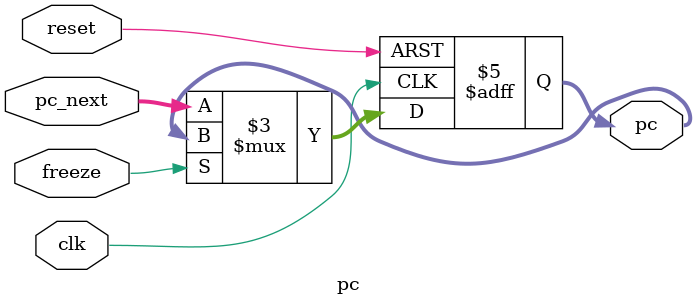
<source format=v>
module pc(
    input clk,
    input reset,
    input freeze,               // newly added input , will be used by Hazard unit 
    input [31:0] pc_next,
    output reg [31:0] pc
);
    always @(posedge clk or posedge reset) begin
        if (reset)
            pc <= 0;
        else if (!freeze)       // Only update when not freeze
            pc <= pc_next;
        // if freeze==1 it will not update , as required .
    end
endmodule

</source>
